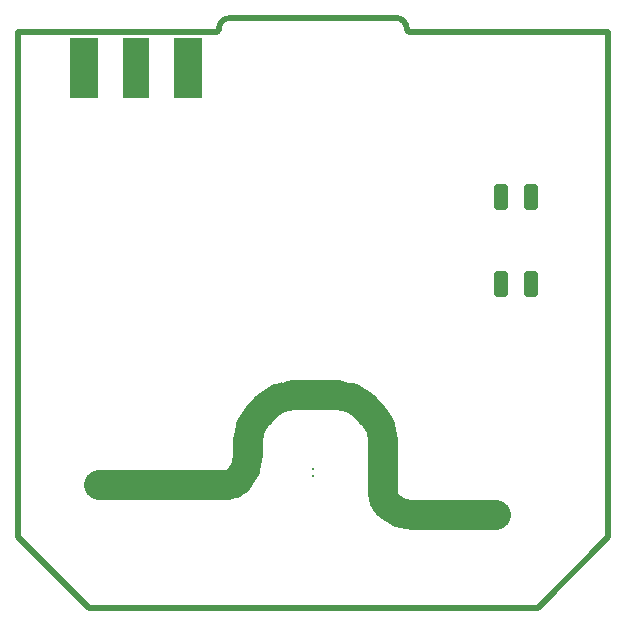
<source format=gbp>
G04*
G04 #@! TF.GenerationSoftware,Altium Limited,CircuitStudio,1.5.2 (30)*
G04*
G04 Layer_Color=16770453*
%FSLAX44Y44*%
%MOMM*%
G71*
G01*
G75*
%ADD12R,2.4130X5.0800*%
%ADD33C,0.5000*%
%ADD36C,2.5000*%
G04:AMPARAMS|DCode=53|XSize=2.2mm|YSize=1.2mm|CornerRadius=0.3mm|HoleSize=0mm|Usage=FLASHONLY|Rotation=270.000|XOffset=0mm|YOffset=0mm|HoleType=Round|Shape=RoundedRectangle|*
%AMROUNDEDRECTD53*
21,1,2.2000,0.6000,0,0,270.0*
21,1,1.6000,1.2000,0,0,270.0*
1,1,0.6000,-0.3000,-0.8000*
1,1,0.6000,-0.3000,0.8000*
1,1,0.6000,0.3000,0.8000*
1,1,0.6000,0.3000,-0.8000*
%
%ADD53ROUNDEDRECTD53*%
%ADD54R,2.2860X5.0800*%
%ADD55R,0.2540X0.2540*%
D12*
X238685Y807000D02*
D03*
X326315D02*
D03*
D33*
X350049Y837549D02*
G03*
X352549Y840049I0J2500D01*
G01*
X362549Y850049D02*
G03*
X352549Y840049I0J-10000D01*
G01*
X512000D02*
G03*
X514500Y837549I2500J0D01*
G01*
X512000Y840049D02*
G03*
X502000Y850049I-10000J0D01*
G01*
X362549D02*
X502000D01*
X667500Y837549D02*
X682500D01*
X514500D02*
X667500D01*
X182500Y837500D02*
X350049D01*
X682500Y410000D02*
Y837549D01*
X622600Y350100D02*
X682500Y410000D01*
X182500D02*
Y837500D01*
X242400Y350100D02*
X622600D01*
X182500Y410000D02*
X242400Y350100D01*
D36*
X359439Y454150D02*
G03*
X368420Y457870I0J12700D01*
G01*
D02*
G03*
X377400Y479550I-21680J21680D01*
G01*
X386380Y513930D02*
G03*
X377400Y492250I21680J-21680D01*
G01*
X415500Y530350D02*
G03*
X393820Y521370I0J-30661D01*
G01*
X475280D02*
G03*
X453600Y530350I-21680J-21680D01*
G01*
X491700Y492250D02*
G03*
X482720Y513930I-30661J0D01*
G01*
X491700Y446711D02*
G03*
X495420Y437730I12700J0D01*
G01*
D02*
G03*
X517100Y428750I21680J21680D01*
G01*
X251000Y454150D02*
X359439D01*
X377400Y479550D02*
Y492250D01*
X386380Y513930D02*
X393820Y521370D01*
X415500Y530350D02*
X453600D01*
X475280Y521370D02*
X482720Y513930D01*
X491700Y446711D02*
Y492250D01*
X517100Y428750D02*
X587250D01*
D53*
X616750Y698500D02*
D03*
Y624500D02*
D03*
X591750Y698500D02*
D03*
Y624500D02*
D03*
D54*
X282500Y807000D02*
D03*
D55*
X432500Y462000D02*
D03*
Y468000D02*
D03*
M02*

</source>
